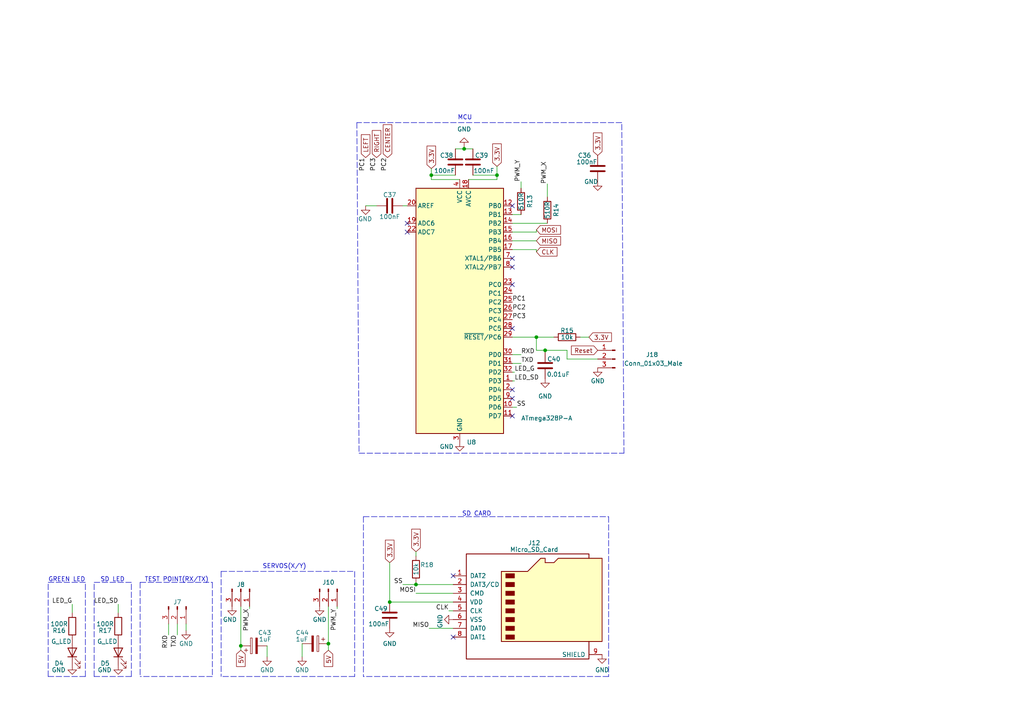
<source format=kicad_sch>
(kicad_sch (version 20211123) (generator eeschema)
  (paper "A4")
  (lib_symbols
    (symbol "Connector:Conn_01x03_Male" (pin_names (offset 1.016) hide)
      (property "Reference" "J" (at 0 5.08 0))
      (property "Value" "Conn_01x03_Male" (at 0 -5.08 0))
      (symbol "Conn_01x03_Male_1_1"
        (polyline (pts (xy 1.27 -2.54) (xy 0.8636 -2.54)) (stroke (width 0.1524)))
        (polyline (pts (xy 1.27 0) (xy 0.8636 0)) (stroke (width 0.1524)))
        (polyline (pts (xy 1.27 2.54) (xy 0.8636 2.54)) (stroke (width 0.1524)))
        (rectangle (start 0.8636 -2.413) (end 0 -2.667) (stroke (width 0.1524)) (fill (type outline)))
        (rectangle (start 0.8636 0.127) (end 0 -0.127) (stroke (width 0.1524)) (fill (type outline)))
        (rectangle (start 0.8636 2.667) (end 0 2.413) (stroke (width 0.1524)) (fill (type outline)))
        (pin passive line (at 5.08 2.54 180) (length 3.81) (name "Pin_1") (number "1"))
        (pin passive line (at 5.08 0 180) (length 3.81) (name "Pin_2") (number "2"))
        (pin passive line (at 5.08 -2.54 180) (length 3.81) (name "Pin_3") (number "3"))
      )
    )
    (symbol "Connector:Micro_SD_Card" (pin_names (offset 1.016))
      (property "Reference" "J" (at -16.51 15.24 0))
      (property "Value" "Micro_SD_Card" (at 16.51 15.24 0))
      (symbol "Micro_SD_Card_0_1"
        (rectangle (start -7.62 -9.525) (end -5.08 -10.795) (fill (type outline)))
        (rectangle (start -7.62 -6.985) (end -5.08 -8.255) (fill (type outline)))
        (rectangle (start -7.62 -4.445) (end -5.08 -5.715) (fill (type outline)))
        (rectangle (start -7.62 -1.905) (end -5.08 -3.175) (fill (type outline)))
        (rectangle (start -7.62 0.635) (end -5.08 -0.635) (fill (type outline)))
        (rectangle (start -7.62 3.175) (end -5.08 1.905) (fill (type outline)))
        (rectangle (start -7.62 5.715) (end -5.08 4.445) (fill (type outline)))
        (rectangle (start -7.62 8.255) (end -5.08 6.985) (fill (type outline)))
        (polyline (pts (xy 16.51 12.7) (xy 16.51 13.97) (xy -19.05 13.97) (xy -19.05 -16.51) (xy 16.51 -16.51) (xy 16.51 -11.43)) (stroke (width 0.254)))
        (polyline (pts (xy -8.89 -11.43) (xy -8.89 8.89) (xy -1.27 8.89) (xy 2.54 12.7) (xy 3.81 12.7) (xy 3.81 11.43) (xy 6.35 11.43) (xy 7.62 12.7) (xy 20.32 12.7) (xy 20.32 -11.43) (xy -8.89 -11.43)) (stroke (width 0.254)) (fill (type background)))
      )
      (symbol "Micro_SD_Card_1_1"
        (pin bidirectional line (at -22.86 7.62 0) (length 3.81) (name "DAT2") (number "1"))
        (pin bidirectional line (at -22.86 5.08 0) (length 3.81) (name "DAT3/CD") (number "2"))
        (pin input line (at -22.86 2.54 0) (length 3.81) (name "CMD") (number "3"))
        (pin power_in line (at -22.86 0 0) (length 3.81) (name "VDD") (number "4"))
        (pin input line (at -22.86 -2.54 0) (length 3.81) (name "CLK") (number "5"))
        (pin power_in line (at -22.86 -5.08 0) (length 3.81) (name "VSS") (number "6"))
        (pin bidirectional line (at -22.86 -7.62 0) (length 3.81) (name "DAT0") (number "7"))
        (pin bidirectional line (at -22.86 -10.16 0) (length 3.81) (name "DAT1") (number "8"))
        (pin passive line (at 20.32 -15.24 180) (length 3.81) (name "SHIELD") (number "9"))
      )
    )
    (symbol "Device:C" (pin_numbers hide) (pin_names (offset 0.254))
      (property "Reference" "C" (at 0.635 2.54 0))
      (property "Value" "C" (at 0.635 -2.54 0))
      (symbol "C_0_1"
        (polyline (pts (xy -2.032 -0.762) (xy 2.032 -0.762)) (stroke (width 0.508)))
        (polyline (pts (xy -2.032 0.762) (xy 2.032 0.762)) (stroke (width 0.508)))
      )
      (symbol "C_1_1"
        (pin passive line (at 0 3.81 270) (length 2.794) (name "~") (number "1"))
        (pin passive line (at 0 -3.81 90) (length 2.794) (name "~") (number "2"))
      )
    )
    (symbol "Device:C_Polarized" (pin_numbers hide) (pin_names (offset 0.254))
      (property "Reference" "C" (at 0.635 2.54 0))
      (property "Value" "C_Polarized" (at 0.635 -2.54 0))
      (symbol "C_Polarized_0_1"
        (rectangle (start -2.286 0.508) (end 2.286 1.016))
        (polyline (pts (xy -1.778 2.286) (xy -0.762 2.286)))
        (polyline (pts (xy -1.27 2.794) (xy -1.27 1.778)))
        (rectangle (start 2.286 -0.508) (end -2.286 -1.016) (fill (type outline)))
      )
      (symbol "C_Polarized_1_1"
        (pin passive line (at 0 3.81 270) (length 2.794) (name "~") (number "1"))
        (pin passive line (at 0 -3.81 90) (length 2.794) (name "~") (number "2"))
      )
    )
    (symbol "Device:LED" (pin_numbers hide) (pin_names (offset 1.016) hide)
      (property "Reference" "D" (at 0 2.54 0))
      (property "Value" "LED" (at 0 -2.54 0))
      (symbol "LED_0_1"
        (polyline (pts (xy -1.27 -1.27) (xy -1.27 1.27)) (stroke (width 0.254)))
        (polyline (pts (xy -1.27 0) (xy 1.27 0)))
        (polyline (pts (xy 1.27 -1.27) (xy 1.27 1.27) (xy -1.27 0) (xy 1.27 -1.27)) (stroke (width 0.254)))
        (polyline (pts (xy -3.048 -0.762) (xy -4.572 -2.286) (xy -3.81 -2.286) (xy -4.572 -2.286) (xy -4.572 -1.524)))
        (polyline (pts (xy -1.778 -0.762) (xy -3.302 -2.286) (xy -2.54 -2.286) (xy -3.302 -2.286) (xy -3.302 -1.524)))
      )
      (symbol "LED_1_1"
        (pin passive line (at -3.81 0 0) (length 2.54) (name "K") (number "1"))
        (pin passive line (at 3.81 0 180) (length 2.54) (name "A") (number "2"))
      )
    )
    (symbol "Device:R" (pin_numbers hide) (pin_names (offset 0))
      (property "Reference" "R" (at 2.032 0 90))
      (property "Value" "R" (at 0 0 90))
      (symbol "R_0_1"
        (rectangle (start -1.016 -2.54) (end 1.016 2.54) (stroke (width 0.254)))
      )
      (symbol "R_1_1"
        (pin passive line (at 0 3.81 270) (length 1.27) (name "~") (number "1"))
        (pin passive line (at 0 -3.81 90) (length 1.27) (name "~") (number "2"))
      )
    )
    (symbol "MCU_Microchip_ATmega:ATmega328P-A"
      (property "Reference" "U" (at -12.7 36.83 0))
      (property "Value" "ATmega328P-A" (at 2.54 -36.83 0))
      (symbol "ATmega328P-A_0_1"
        (rectangle (start -12.7 -35.56) (end 12.7 35.56) (stroke (width 0.254)) (fill (type background)))
      )
      (symbol "ATmega328P-A_1_1"
        (pin bidirectional line (at 15.24 -20.32 180) (length 2.54) (name "PD3") (number "1"))
        (pin bidirectional line (at 15.24 -27.94 180) (length 2.54) (name "PD6") (number "10"))
        (pin bidirectional line (at 15.24 -30.48 180) (length 2.54) (name "PD7") (number "11"))
        (pin bidirectional line (at 15.24 30.48 180) (length 2.54) (name "PB0") (number "12"))
        (pin bidirectional line (at 15.24 27.94 180) (length 2.54) (name "PB1") (number "13"))
        (pin bidirectional line (at 15.24 25.4 180) (length 2.54) (name "PB2") (number "14"))
        (pin bidirectional line (at 15.24 22.86 180) (length 2.54) (name "PB3") (number "15"))
        (pin bidirectional line (at 15.24 20.32 180) (length 2.54) (name "PB4") (number "16"))
        (pin bidirectional line (at 15.24 17.78 180) (length 2.54) (name "PB5") (number "17"))
        (pin power_in line (at 2.54 38.1 270) (length 2.54) (name "AVCC") (number "18"))
        (pin input line (at -15.24 25.4 0) (length 2.54) (name "ADC6") (number "19"))
        (pin bidirectional line (at 15.24 -22.86 180) (length 2.54) (name "PD4") (number "2"))
        (pin passive line (at -15.24 30.48 0) (length 2.54) (name "AREF") (number "20"))
        (pin passive line (at 0 -38.1 90) (length 2.54) hide (name "GND") (number "21"))
        (pin input line (at -15.24 22.86 0) (length 2.54) (name "ADC7") (number "22"))
        (pin bidirectional line (at 15.24 7.62 180) (length 2.54) (name "PC0") (number "23"))
        (pin bidirectional line (at 15.24 5.08 180) (length 2.54) (name "PC1") (number "24"))
        (pin bidirectional line (at 15.24 2.54 180) (length 2.54) (name "PC2") (number "25"))
        (pin bidirectional line (at 15.24 0 180) (length 2.54) (name "PC3") (number "26"))
        (pin bidirectional line (at 15.24 -2.54 180) (length 2.54) (name "PC4") (number "27"))
        (pin bidirectional line (at 15.24 -5.08 180) (length 2.54) (name "PC5") (number "28"))
        (pin bidirectional line (at 15.24 -7.62 180) (length 2.54) (name "~{RESET}/PC6") (number "29"))
        (pin power_in line (at 0 -38.1 90) (length 2.54) (name "GND") (number "3"))
        (pin bidirectional line (at 15.24 -12.7 180) (length 2.54) (name "PD0") (number "30"))
        (pin bidirectional line (at 15.24 -15.24 180) (length 2.54) (name "PD1") (number "31"))
        (pin bidirectional line (at 15.24 -17.78 180) (length 2.54) (name "PD2") (number "32"))
        (pin power_in line (at 0 38.1 270) (length 2.54) (name "VCC") (number "4"))
        (pin passive line (at 0 -38.1 90) (length 2.54) hide (name "GND") (number "5"))
        (pin passive line (at 0 38.1 270) (length 2.54) hide (name "VCC") (number "6"))
        (pin bidirectional line (at 15.24 15.24 180) (length 2.54) (name "XTAL1/PB6") (number "7"))
        (pin bidirectional line (at 15.24 12.7 180) (length 2.54) (name "XTAL2/PB7") (number "8"))
        (pin bidirectional line (at 15.24 -25.4 180) (length 2.54) (name "PD5") (number "9"))
      )
    )
    (symbol "power:GND" (power) (pin_names (offset 0))
      (property "Value" "GND" (at 0 -3.81 0))
      (symbol "GND_0_1"
        (polyline (pts (xy 0 0) (xy 0 -1.27) (xy 1.27 -1.27) (xy 0 -2.54) (xy -1.27 -1.27) (xy 0 -1.27)))
      )
      (symbol "GND_1_1"
        (pin power_in line (at 0 0 270) (length 0) hide (name "GND") (number "1"))
      )
    )
  )
  (junction (at 155.575 97.79))
  (junction (at 120.65 169.545))
  (junction (at 69.85 187.325))
  (junction (at 134.62 43.18))
  (junction (at 95.25 186.69))
  (junction (at 158.115 101.6))
  (junction (at 113.03 174.625))
  (junction (at 144.145 50.8))
  (junction (at 125.095 50.8))
  (no_connect (at 148.59 59.69))
  (no_connect (at 148.59 113.03))
  (no_connect (at 148.59 115.57))
  (no_connect (at 131.445 184.785))
  (no_connect (at 118.11 67.31))
  (no_connect (at 148.59 77.47))
  (no_connect (at 148.59 74.93))
  (no_connect (at 148.59 120.65))
  (no_connect (at 131.445 167.005))
  (no_connect (at 148.59 95.25))
  (no_connect (at 148.59 82.55))
  (no_connect (at 118.11 64.77))
  (wire (pts (xy 51.435 180.975) (xy 51.435 184.15)))
  (polyline (pts (xy 38.1 196.215) (xy 27.305 196.215)))
  (wire (pts (xy 72.39 176.53) (xy 72.39 175.895)))
  (polyline (pts (xy 105.41 149.86) (xy 176.53 149.86)))
  (wire (pts (xy 130.175 177.165) (xy 131.445 177.165)))
  (wire (pts (xy 135.89 52.07) (xy 144.145 52.07)))
  (wire (pts (xy 53.975 182.88) (xy 53.975 180.975)))
  (wire (pts (xy 151.13 52.705) (xy 151.13 54.61)))
  (wire (pts (xy 134.62 43.18) (xy 137.16 43.18)))
  (wire (pts (xy 148.59 97.79) (xy 155.575 97.79)))
  (wire (pts (xy 158.115 101.6) (xy 164.465 101.6)))
  (polyline (pts (xy 27.305 196.215) (xy 27.305 168.91)))
  (wire (pts (xy 155.575 72.39) (xy 155.575 73.025)))
  (wire (pts (xy 97.79 175.895) (xy 97.79 176.53)))
  (polyline (pts (xy 104.14 131.445) (xy 180.975 131.445)))
  (wire (pts (xy 148.59 72.39) (xy 155.575 72.39)))
  (wire (pts (xy 170.815 97.79) (xy 168.275 97.79)))
  (wire (pts (xy 134.62 42.545) (xy 134.62 43.18)))
  (polyline (pts (xy 64.135 165.735) (xy 102.87 165.735)))
  (wire (pts (xy 155.575 97.79) (xy 155.575 101.6)))
  (wire (pts (xy 137.16 50.8) (xy 144.145 50.8)))
  (wire (pts (xy 155.575 67.31) (xy 155.575 66.675)))
  (wire (pts (xy 144.145 52.07) (xy 144.145 50.8)))
  (wire (pts (xy 116.84 59.69) (xy 118.11 59.69)))
  (polyline (pts (xy 180.975 131.445) (xy 180.34 35.56)))
  (polyline (pts (xy 176.53 149.86) (xy 176.53 196.215)))
  (polyline (pts (xy 24.765 196.215) (xy 13.97 196.215)))
  (wire (pts (xy 120.65 161.29) (xy 120.65 160.02)))
  (wire (pts (xy 148.59 102.87) (xy 151.13 102.87)))
  (wire (pts (xy 48.895 180.975) (xy 48.895 184.15)))
  (wire (pts (xy 133.35 52.07) (xy 125.095 52.07)))
  (wire (pts (xy 149.225 110.49) (xy 148.59 110.49)))
  (polyline (pts (xy 24.765 196.215) (xy 24.765 168.91)))
  (wire (pts (xy 95.25 188.595) (xy 95.25 186.69)))
  (wire (pts (xy 164.465 101.6) (xy 164.465 104.14)))
  (polyline (pts (xy 64.135 165.735) (xy 64.135 196.215)))
  (polyline (pts (xy 61.595 196.215) (xy 40.64 196.215)))
  (wire (pts (xy 106.045 59.69) (xy 109.22 59.69)))
  (wire (pts (xy 20.955 175.26) (xy 20.955 177.8)))
  (wire (pts (xy 69.85 188.595) (xy 69.85 187.325)))
  (wire (pts (xy 158.75 53.34) (xy 158.75 57.15)))
  (polyline (pts (xy 103.505 35.56) (xy 104.14 131.445)))
  (polyline (pts (xy 40.64 168.91) (xy 40.64 196.215)))
  (wire (pts (xy 149.86 118.11) (xy 148.59 118.11)))
  (wire (pts (xy 148.59 69.85) (xy 155.575 69.85)))
  (wire (pts (xy 69.85 175.895) (xy 69.85 187.325)))
  (wire (pts (xy 87.63 190.5) (xy 87.63 186.69)))
  (polyline (pts (xy 105.41 149.86) (xy 105.41 196.215)))
  (polyline (pts (xy 13.97 168.91) (xy 24.765 168.91)))
  (wire (pts (xy 124.46 182.245) (xy 131.445 182.245)))
  (polyline (pts (xy 176.53 196.215) (xy 105.41 196.215)))
  (polyline (pts (xy 102.87 196.215) (xy 64.135 196.215)))
  (polyline (pts (xy 38.1 196.215) (xy 38.1 168.91)))
  (wire (pts (xy 77.47 190.5) (xy 77.47 187.325)))
  (wire (pts (xy 148.59 64.77) (xy 158.75 64.77)))
  (polyline (pts (xy 27.305 168.91) (xy 38.1 168.91)))
  (wire (pts (xy 125.095 50.8) (xy 132.08 50.8)))
  (polyline (pts (xy 102.87 165.735) (xy 102.87 196.215)))
  (wire (pts (xy 149.225 107.95) (xy 148.59 107.95)))
  (wire (pts (xy 148.59 105.41) (xy 151.13 105.41)))
  (wire (pts (xy 158.115 102.235) (xy 158.115 101.6)))
  (wire (pts (xy 158.115 101.6) (xy 155.575 101.6)))
  (wire (pts (xy 95.25 175.895) (xy 95.25 186.69)))
  (wire (pts (xy 132.08 43.18) (xy 134.62 43.18)))
  (wire (pts (xy 120.65 168.91) (xy 120.65 169.545)))
  (wire (pts (xy 113.03 174.625) (xy 131.445 174.625)))
  (polyline (pts (xy 61.595 168.91) (xy 61.595 196.215)))
  (wire (pts (xy 125.095 52.07) (xy 125.095 50.8)))
  (wire (pts (xy 34.29 175.26) (xy 34.29 177.8)))
  (wire (pts (xy 148.59 62.23) (xy 151.13 62.23)))
  (wire (pts (xy 113.03 163.195) (xy 113.03 174.625)))
  (wire (pts (xy 116.84 169.545) (xy 120.65 169.545)))
  (polyline (pts (xy 180.34 35.56) (xy 103.505 35.56)))
  (wire (pts (xy 144.145 50.8) (xy 144.145 48.26)))
  (polyline (pts (xy 40.64 168.91) (xy 61.595 168.91)))
  (polyline (pts (xy 13.97 196.215) (xy 13.97 168.91)))
  (wire (pts (xy 148.59 67.31) (xy 155.575 67.31)))
  (wire (pts (xy 120.65 172.085) (xy 131.445 172.085)))
  (wire (pts (xy 164.465 104.14) (xy 173.355 104.14)))
  (wire (pts (xy 155.575 97.79) (xy 160.655 97.79)))
  (wire (pts (xy 120.65 169.545) (xy 131.445 169.545)))
  (wire (pts (xy 125.095 48.895) (xy 125.095 50.8)))
  (text "SERVOS(X/Y)" (at 88.9 165.1 180) (effects (font (size 1.27 1.27)) (justify right bottom)))
  (text "SD LED\n" (at 36.195 168.91 180) (effects (font (size 1.27 1.27)) (justify right bottom)))
  (text "MCU\n" (at 132.715 34.925 0) (effects (font (size 1.27 1.27)) (justify left bottom)))
  (text "SD CARD" (at 133.985 149.86 0) (effects (font (size 1.27 1.27)) (justify left bottom)))
  (text "TEST POINT(RX/TX)" (at 41.91 168.91 0) (effects (font (size 1.27 1.27)) (justify left bottom)))
  (text "GREEN LED\n" (at 24.765 168.91 180) (effects (font (size 1.27 1.27)) (justify right bottom)))
  (label "SS" (at 149.86 118.11 0))
  (label "PWM_X" (at 158.75 53.34 90))
  (label "CLK" (at 130.175 177.165 180))
  (label "MISO" (at 124.46 182.245 180))
  (label "PC1" (at 106.045 45.72 270))
  (label "TXD" (at 151.13 105.41 0))
  (label "TXD" (at 51.435 184.15 270))
  (label "SS" (at 116.84 169.545 180))
  (label "LED_G" (at 149.225 107.95 0))
  (label "MOSI" (at 120.65 172.085 180))
  (label "PC3" (at 148.59 92.71 0))
  (label "PC2" (at 112.395 45.72 270))
  (label "PC3" (at 109.22 45.72 270))
  (label "PWM_Y" (at 151.13 52.705 90))
  (label "RXD" (at 48.895 184.15 270))
  (label "PC1" (at 148.59 87.63 0))
  (label "PWM_Y" (at 97.79 176.53 270))
  (label "LED_SD" (at 149.225 110.49 0))
  (label "RXD" (at 151.13 102.87 0))
  (label "LED_G" (at 20.955 175.26 180))
  (label "PWM_X" (at 72.39 176.53 270))
  (label "PC2" (at 148.59 90.17 0))
  (label "LED_SD" (at 34.29 175.26 180))
  (global_label "3.3V" (shape input) (at 113.03 163.195 90) (property "Intersheet References" "${INTERSHEET_REFS}" (effects hide)))
  (global_label "LEFT" (shape input) (at 106.045 45.72 90) (property "Intersheet References" "${INTERSHEET_REFS}" (effects hide)))
  (global_label "3.3V" (shape input) (at 120.65 160.02 90) (property "Intersheet References" "${INTERSHEET_REFS}" (effects hide)))
  (global_label "CENTER" (shape input) (at 112.395 45.72 90) (property "Intersheet References" "${INTERSHEET_REFS}" (effects hide)))
  (global_label "3.3V" (shape input) (at 125.095 48.895 90) (property "Intersheet References" "${INTERSHEET_REFS}" (effects hide)))
  (global_label "MOSI" (shape input) (at 155.575 66.675 0) (property "Intersheet References" "${INTERSHEET_REFS}" (effects hide)))
  (global_label "3.3V" (shape input) (at 170.815 97.79 0) (property "Intersheet References" "${INTERSHEET_REFS}" (effects hide)))
  (global_label "3.3V" (shape input) (at 144.145 48.26 90) (property "Intersheet References" "${INTERSHEET_REFS}" (effects hide)))
  (global_label "5V" (shape input) (at 69.85 188.595 270) (property "Intersheet References" "${INTERSHEET_REFS}" (effects hide)))
  (global_label "RIGHT" (shape input) (at 109.22 45.72 90) (property "Intersheet References" "${INTERSHEET_REFS}" (effects hide)))
  (global_label "CLK" (shape input) (at 155.575 73.025 0) (property "Intersheet References" "${INTERSHEET_REFS}" (effects hide)))
  (global_label "3.3V" (shape input) (at 173.355 45.085 90) (property "Intersheet References" "${INTERSHEET_REFS}" (effects hide)))
  (global_label "MISO" (shape input) (at 155.575 69.85 0) (property "Intersheet References" "${INTERSHEET_REFS}" (effects hide)))
  (global_label "Reset" (shape input) (at 173.355 101.6 180) (property "Intersheet References" "${INTERSHEET_REFS}" (effects hide)))
  (global_label "5V" (shape input) (at 95.25 188.595 270) (property "Intersheet References" "${INTERSHEET_REFS}" (effects hide)))
  (symbol (lib_id "power:GND") (at 173.355 106.68 0) (unit 1)
    (property "Reference" "#PWR0114" (effects hide))
    (property "Value" "GND" (at 173.355 110.49 0))
  )
  (symbol (lib_id "Device:R") (at 158.75 60.96 180) (unit 1)
    (property "Reference" "R14" (at 161.29 60.96 90))
    (property "Value" "510R" (at 158.75 60.96 90))
    (property "Footprint" "Resistor_SMD:R_0603_1608Metric" (effects hide))
  )
  (symbol (lib_id "Device:C_Polarized") (at 73.66 187.325 90) (unit 1)
    (property "Reference" "C43" (at 78.74 183.515 90) (effects (justify left)))
    (property "Value" "1uF" (at 78.74 185.42 90) (effects (justify left)))
    (property "Footprint" "Capacitor_SMD:CP_Elec_4x5.4" (effects hide))
  )
  (symbol (lib_id "power:GND") (at 134.62 42.545 180) (unit 1)
    (property "Reference" "#PWR069" (effects hide))
    (property "Value" "GND" (at 134.62 37.465 0))
  )
  (symbol (lib_id "power:GND") (at 158.115 109.855 0) (unit 1)
    (property "Reference" "#PWR0103" (effects hide))
    (property "Value" "GND" (at 158.115 114.935 0))
  )
  (symbol (lib_id "Connector:Micro_SD_Card") (at 154.305 174.625 0) (unit 1)
    (property "Reference" "J12" (at 154.94 157.48 0))
    (property "Value" "Micro_SD_Card" (at 154.94 159.385 0))
    (property "Footprint" "Connector_Card:microSD_HC_Wuerth_693072010801" (effects hide))
    (property "Datasheet" "http://katalog.we-online.de/em/datasheet/693072010801.pdf" (effects hide))
  )
  (symbol (lib_id "power:GND") (at 131.445 179.705 270) (unit 1)
    (property "Reference" "#PWR0109" (effects hide))
    (property "Value" "GND" (at 127.635 182.245 0) (effects (justify right)))
  )
  (symbol (lib_id "MCU_Microchip_ATmega:ATmega328P-A") (at 133.35 90.17 0) (unit 1)
    (property "Reference" "U8" (at 135.3694 128.27 0) (effects (justify left)))
    (property "Value" "ATmega328P-A" (at 151.13 121.285 0) (effects (justify left)))
    (property "Footprint" "Package_QFP:TQFP-32_7x7mm_P0.8mm" (effects hide))
    (property "Datasheet" "http://ww1.microchip.com/downloads/en/DeviceDoc/ATmega328_P%20AVR%20MCU%20with%20picoPower%20Technology%20Data%20Sheet%2040001984A.pdf" (effects hide))
  )
  (symbol (lib_id "power:GND") (at 174.625 189.865 0) (unit 1)
    (property "Reference" "#PWR0111" (effects hide))
    (property "Value" "GND" (at 174.625 194.31 0))
  )
  (symbol (lib_id "power:GND") (at 67.31 175.895 0) (unit 1)
    (property "Reference" "#PWR074" (effects hide))
    (property "Value" "GND" (at 66.675 179.705 0))
  )
  (symbol (lib_id "power:GND") (at 20.955 193.04 0) (unit 1)
    (property "Reference" "#PWR081" (effects hide))
    (property "Value" "GND" (at 19.05 194.31 0) (effects (justify right)))
  )
  (symbol (lib_id "power:GND") (at 87.63 190.5 0) (unit 1)
    (property "Reference" "#PWR077" (effects hide))
    (property "Value" "GND" (at 87.63 194.31 0))
  )
  (symbol (lib_id "Device:C_Polarized") (at 91.44 186.69 270) (unit 1)
    (property "Reference" "C44" (at 85.725 183.515 90) (effects (justify left)))
    (property "Value" "1uF" (at 85.725 185.42 90) (effects (justify left)))
    (property "Footprint" "Capacitor_SMD:CP_Elec_4x5.4" (effects hide))
  )
  (symbol (lib_id "Device:LED") (at 34.29 189.23 90) (unit 1)
    (property "Reference" "D5" (at 30.48 192.405 90))
    (property "Value" "G_LED" (at 31.115 186.055 90))
    (property "Footprint" "LED_SMD:LED_0603_1608Metric" (effects hide))
  )
  (symbol (lib_id "power:GND") (at 34.29 193.04 0) (unit 1)
    (property "Reference" "#PWR0106" (effects hide))
    (property "Value" "GND" (at 32.385 194.31 0) (effects (justify right)))
  )
  (symbol (lib_id "Connector:Conn_01x03_Male") (at 69.85 170.815 270) (unit 1)
    (property "Reference" "J8" (at 69.85 169.545 90))
    (property "Value" "X" (effects hide))
    (property "Footprint" "Connector_PinHeader_2.54mm:PinHeader_1x03_P2.54mm_Vertical" (effects hide))
  )
  (symbol (lib_id "power:GND") (at 106.045 59.69 0) (unit 1)
    (property "Reference" "#PWR066" (effects hide))
    (property "Value" "GND" (at 107.95 63.5 0) (effects (justify right)))
  )
  (symbol (lib_id "Device:C") (at 113.03 178.435 180) (unit 1)
    (property "Reference" "C49" (at 110.49 176.53 0))
    (property "Value" "100nF" (at 109.855 180.975 0))
    (property "Footprint" "Capacitor_SMD:C_0603_1608Metric" (effects hide))
  )
  (symbol (lib_id "power:GND") (at 173.355 52.705 0) (unit 1)
    (property "Reference" "#PWR067" (effects hide))
    (property "Value" "GND" (at 171.45 52.705 0))
  )
  (symbol (lib_id "Connector:Conn_01x03_Male") (at 51.435 175.895 270) (unit 1)
    (property "Reference" "J7" (at 51.435 174.625 90))
    (property "Value" "Conn_01x03_Male" (effects hide))
    (property "Footprint" "Connector_PinHeader_2.54mm:PinHeader_1x03_P2.54mm_Vertical" (effects hide))
  )
  (symbol (lib_id "power:GND") (at 133.35 128.27 0) (unit 1)
    (property "Reference" "#PWR068" (effects hide))
    (property "Value" "GND" (at 129.54 129.54 0))
  )
  (symbol (lib_id "Device:R") (at 34.29 181.61 0) (unit 1)
    (property "Reference" "R17" (at 30.48 182.88 0))
    (property "Value" "100R" (at 30.48 180.975 0))
    (property "Footprint" "Resistor_SMD:R_0603_1608Metric" (effects hide))
  )
  (symbol (lib_id "power:GND") (at 92.71 175.895 0) (unit 1)
    (property "Reference" "#PWR078" (effects hide))
    (property "Value" "GND" (at 92.71 179.705 0))
  )
  (symbol (lib_id "Device:R") (at 120.65 165.1 180) (unit 1)
    (property "Reference" "R18" (at 123.825 163.83 0))
    (property "Value" "10k" (at 120.65 165.1 90))
    (property "Footprint" "Resistor_SMD:R_0603_1608Metric" (effects hide))
  )
  (symbol (lib_id "Device:C") (at 113.03 59.69 90) (unit 1)
    (property "Reference" "C37" (at 113.03 56.515 90))
    (property "Value" "100nF" (at 113.03 62.865 90))
    (property "Footprint" "Capacitor_SMD:C_0603_1608Metric" (effects hide))
  )
  (symbol (lib_id "Device:C") (at 132.08 46.99 180) (unit 1)
    (property "Reference" "C38" (at 129.54 45.085 0))
    (property "Value" "100nF" (at 128.905 49.53 0))
    (property "Footprint" "Capacitor_SMD:C_0603_1608Metric" (effects hide))
  )
  (symbol (lib_id "Device:R") (at 164.465 97.79 90) (unit 1)
    (property "Reference" "R15" (at 164.465 95.885 90))
    (property "Value" "10k" (at 164.465 97.79 90))
    (property "Footprint" "Resistor_SMD:R_0603_1608Metric" (effects hide))
  )
  (symbol (lib_id "Connector:Conn_01x03_Male") (at 178.435 104.14 0) (mirror y) (unit 1)
    (property "Reference" "J18" (at 187.325 102.87 0) (effects (justify right)))
    (property "Value" "Conn_01x03_Male" (at 180.975 105.41 0) (effects (justify right)))
    (property "Footprint" "Connector_PinHeader_2.54mm:PinHeader_1x03_P2.54mm_Vertical" (effects hide))
  )
  (symbol (lib_id "Device:C") (at 173.355 48.895 0) (unit 1)
    (property "Reference" "C36" (at 169.545 45.085 0))
    (property "Value" "100nF" (at 170.18 46.99 0))
    (property "Footprint" "Capacitor_SMD:C_0603_1608Metric" (effects hide))
  )
  (symbol (lib_id "Device:C") (at 137.16 46.99 180) (unit 1)
    (property "Reference" "C39" (at 139.7 45.085 0))
    (property "Value" "100nF" (at 140.335 49.53 0))
    (property "Footprint" "Capacitor_SMD:C_0603_1608Metric" (effects hide))
  )
  (symbol (lib_id "Device:C") (at 158.115 106.045 0) (unit 1)
    (property "Reference" "C40" (at 160.655 104.14 0))
    (property "Value" "0.01uF" (at 161.925 108.585 0))
    (property "Footprint" "Capacitor_SMD:C_0603_1608Metric" (effects hide))
  )
  (symbol (lib_id "power:GND") (at 77.47 190.5 0) (unit 1)
    (property "Reference" "#PWR076" (effects hide))
    (property "Value" "GND" (at 77.47 194.31 0))
  )
  (symbol (lib_id "power:GND") (at 53.975 182.88 0) (unit 1)
    (property "Reference" "#PWR0112" (effects hide))
    (property "Value" "GND" (at 53.975 186.69 0))
  )
  (symbol (lib_id "Device:R") (at 20.955 181.61 0) (unit 1)
    (property "Reference" "R16" (at 17.145 182.88 0))
    (property "Value" "100R" (at 17.145 180.975 0))
    (property "Footprint" "Resistor_SMD:R_0603_1608Metric" (effects hide))
  )
  (symbol (lib_id "Device:R") (at 151.13 58.42 180) (unit 1)
    (property "Reference" "R13" (at 153.67 58.42 90))
    (property "Value" "510R" (at 151.13 58.42 90))
    (property "Footprint" "Resistor_SMD:R_0603_1608Metric" (effects hide))
  )
  (symbol (lib_id "Connector:Conn_01x03_Male") (at 95.25 170.815 270) (unit 1)
    (property "Reference" "J10" (at 95.25 168.91 90))
    (property "Value" "Y" (effects hide))
    (property "Footprint" "Connector_PinHeader_2.54mm:PinHeader_1x03_P2.54mm_Vertical" (effects hide))
  )
  (symbol (lib_id "Device:LED") (at 20.955 189.23 90) (unit 1)
    (property "Reference" "D4" (at 17.145 192.405 90))
    (property "Value" "G_LED" (at 17.78 186.055 90))
    (property "Footprint" "LED_SMD:LED_0603_1608Metric" (effects hide))
  )
  (symbol (lib_id "power:GND") (at 113.03 182.245 0) (unit 1)
    (property "Reference" "#PWR0110" (effects hide))
    (property "Value" "GND" (at 113.03 186.69 0))
  )
)
</source>
